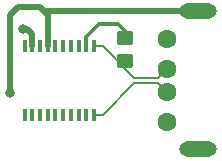
<source format=gbr>
%TF.GenerationSoftware,KiCad,Pcbnew,7.0.9-7.0.9~ubuntu22.04.1*%
%TF.CreationDate,2023-11-27T09:49:11+01:00*%
%TF.ProjectId,pcb,7063622e-6b69-4636-9164-5f7063625858,rev?*%
%TF.SameCoordinates,Original*%
%TF.FileFunction,Copper,L1,Top*%
%TF.FilePolarity,Positive*%
%FSLAX46Y46*%
G04 Gerber Fmt 4.6, Leading zero omitted, Abs format (unit mm)*
G04 Created by KiCad (PCBNEW 7.0.9-7.0.9~ubuntu22.04.1) date 2023-11-27 09:49:11*
%MOMM*%
%LPD*%
G01*
G04 APERTURE LIST*
G04 Aperture macros list*
%AMRoundRect*
0 Rectangle with rounded corners*
0 $1 Rounding radius*
0 $2 $3 $4 $5 $6 $7 $8 $9 X,Y pos of 4 corners*
0 Add a 4 corners polygon primitive as box body*
4,1,4,$2,$3,$4,$5,$6,$7,$8,$9,$2,$3,0*
0 Add four circle primitives for the rounded corners*
1,1,$1+$1,$2,$3*
1,1,$1+$1,$4,$5*
1,1,$1+$1,$6,$7*
1,1,$1+$1,$8,$9*
0 Add four rect primitives between the rounded corners*
20,1,$1+$1,$2,$3,$4,$5,0*
20,1,$1+$1,$4,$5,$6,$7,0*
20,1,$1+$1,$6,$7,$8,$9,0*
20,1,$1+$1,$8,$9,$2,$3,0*%
G04 Aperture macros list end*
%TA.AperFunction,SMDPad,CuDef*%
%ADD10R,0.400000X1.000000*%
%TD*%
%TA.AperFunction,SMDPad,CuDef*%
%ADD11RoundRect,0.250000X-0.450000X0.350000X-0.450000X-0.350000X0.450000X-0.350000X0.450000X0.350000X0*%
%TD*%
%TA.AperFunction,ComponentPad*%
%ADD12C,1.600000*%
%TD*%
%TA.AperFunction,ComponentPad*%
%ADD13O,3.200000X1.300000*%
%TD*%
%TA.AperFunction,ViaPad*%
%ADD14C,0.800000*%
%TD*%
%TA.AperFunction,Conductor*%
%ADD15C,0.500000*%
%TD*%
%TA.AperFunction,Conductor*%
%ADD16C,0.200000*%
%TD*%
%TA.AperFunction,Conductor*%
%ADD17C,0.300000*%
%TD*%
G04 APERTURE END LIST*
D10*
%TO.P,ch32v003f4p6,1,PD4/A7/UCK/T2CH1ETR/OPO/T1CH4ETR_*%
%TO.N,/USB_D-*%
X131199999Y-96550000D03*
%TO.P,ch32v003f4p6,2,PD5/A5/UTX/T2CH4_/URX_*%
%TO.N,/DPU*%
X130549999Y-96550000D03*
%TO.P,ch32v003f4p6,3,PD6/A6/URX/T2CH3_/UTX_*%
%TO.N,unconnected-(ch32v003f4p6-PD6{slash}A6{slash}URX{slash}T2CH3_{slash}UTX_-Pad3)*%
X129899999Y-96550000D03*
%TO.P,ch32v003f4p6,4,PD7/NRST/T2CH4/OPP1/UCK_*%
%TO.N,unconnected-(ch32v003f4p6-PD7{slash}NRST{slash}T2CH4{slash}OPP1{slash}UCK_-Pad4)*%
X129249999Y-96550000D03*
%TO.P,ch32v003f4p6,5,PA1/OSCI/A1/T1CH2/OPN0*%
%TO.N,unconnected-(ch32v003f4p6-PA1{slash}OSCI{slash}A1{slash}T1CH2{slash}OPN0-Pad5)*%
X128599999Y-96550000D03*
%TO.P,ch32v003f4p6,6,PA2/OSCO/A0/T1CH2N/OPP0/AETR2_*%
%TO.N,unconnected-(ch32v003f4p6-PA2{slash}OSCO{slash}A0{slash}T1CH2N{slash}OPP0{slash}AETR2_-Pad6)*%
X127949999Y-96550000D03*
%TO.P,ch32v003f4p6,7,VSS*%
%TO.N,GND*%
X127299999Y-96550000D03*
%TO.P,ch32v003f4p6,8,PD0/T1CH1N/OPN1/SDA_/UTX_*%
%TO.N,unconnected-(ch32v003f4p6-PD0{slash}T1CH1N{slash}OPN1{slash}SDA_{slash}UTX_-Pad8)*%
X126649999Y-96550000D03*
%TO.P,ch32v003f4p6,9,VDD*%
%TO.N,+3.3V*%
X125999999Y-96550000D03*
%TO.P,ch32v003f4p6,10,PC0/T2CH3/UTX_/NSS_/T1CH3_*%
%TO.N,unconnected-(ch32v003f4p6-PC0{slash}T2CH3{slash}UTX_{slash}NSS_{slash}T1CH3_-Pad10)*%
X125349999Y-96550000D03*
%TO.P,ch32v003f4p6,11,PC1/SDA/NSS/T2CH4_/T2CH1ETR_/T1BKIN_/URX_*%
%TO.N,unconnected-(ch32v003f4p6-PC1{slash}SDA{slash}NSS{slash}T2CH4_{slash}T2CH1ETR_{slash}T1BKIN_{slash}URX_-Pad11)*%
X125349999Y-102350000D03*
%TO.P,ch32v003f4p6,12,PC2/SCL/URTS/T1BKIN/AETR_/T2CH2_/T1ETR_*%
%TO.N,unconnected-(ch32v003f4p6-PC2{slash}SCL{slash}URTS{slash}T1BKIN{slash}AETR_{slash}T2CH2_{slash}T1ETR_-Pad12)*%
X125999999Y-102350000D03*
%TO.P,ch32v003f4p6,13,PC3/T1CH3/T1CH1N_/UCTS_*%
%TO.N,unconnected-(ch32v003f4p6-PC3{slash}T1CH3{slash}T1CH1N_{slash}UCTS_-Pad13)*%
X126649999Y-102350000D03*
%TO.P,ch32v003f4p6,14,PC4/A2/T1CH4/MCO/T1CH1CH2N_*%
%TO.N,unconnected-(ch32v003f4p6-PC4{slash}A2{slash}T1CH4{slash}MCO{slash}T1CH1CH2N_-Pad14)*%
X127299999Y-102350000D03*
%TO.P,ch32v003f4p6,15,PC5/SCK/T1ETR/T2CH1ETR_/SCL_/UCK_/T1CH3_*%
%TO.N,unconnected-(ch32v003f4p6-PC5{slash}SCK{slash}T1ETR{slash}T2CH1ETR_{slash}SCL_{slash}UCK_{slash}T1CH3_-Pad15)*%
X127949999Y-102350000D03*
%TO.P,ch32v003f4p6,16,PC6/MOSI/T1CH1CH3N_/UCTS_/SDA_*%
%TO.N,unconnected-(ch32v003f4p6-PC6{slash}MOSI{slash}T1CH1CH3N_{slash}UCTS_{slash}SDA_-Pad16)*%
X128599999Y-102350000D03*
%TO.P,ch32v003f4p6,17,PC7/MISO/T1CH2_/T2CH2_/URTS_*%
%TO.N,unconnected-(ch32v003f4p6-PC7{slash}MISO{slash}T1CH2_{slash}T2CH2_{slash}URTS_-Pad17)*%
X129249999Y-102350000D03*
%TO.P,ch32v003f4p6,18,PD1/SWIO/AETR2/T1CH3N/SCL_/URX_*%
%TO.N,unconnected-(ch32v003f4p6-PD1{slash}SWIO{slash}AETR2{slash}T1CH3N{slash}SCL_{slash}URX_-Pad18)*%
X129899999Y-102350000D03*
%TO.P,ch32v003f4p6,19,PD2/A3/T1CH1/T2CH3_/T1CH2N_*%
%TO.N,unconnected-(ch32v003f4p6-PD2{slash}A3{slash}T1CH1{slash}T2CH3_{slash}T1CH2N_-Pad19)*%
X130549999Y-102350000D03*
%TO.P,ch32v003f4p6,20,PD3/A4/T2CH2/AETR/UCTS/T1CH4_*%
%TO.N,/USB_D+*%
X131199999Y-102350000D03*
%TD*%
D11*
%TO.P,R1,1*%
%TO.N,/DPU*%
X133800000Y-95850000D03*
%TO.P,R1,2*%
%TO.N,/USB_D-*%
X133800000Y-97850000D03*
%TD*%
D12*
%TO.P,J1,1,VBUS*%
%TO.N,+5V*%
X137400000Y-95950000D03*
%TO.P,J1,2,D-*%
%TO.N,/USB_D-*%
X137400000Y-98450000D03*
%TO.P,J1,3,D+*%
%TO.N,/USB_D+*%
X137400000Y-100450000D03*
%TO.P,J1,4,GND*%
%TO.N,GND*%
X137400000Y-102950000D03*
D13*
%TO.P,J1,5,Shield*%
X140000000Y-93600000D03*
X140000000Y-105300000D03*
%TD*%
D14*
%TO.N,GND*%
X124100000Y-100500000D03*
%TO.N,+3.3V*%
X125200000Y-95100000D03*
%TD*%
D15*
%TO.N,GND*%
X126600000Y-93200000D02*
X127000000Y-93600000D01*
X127000000Y-93600000D02*
X140000000Y-93600000D01*
X124800000Y-93200000D02*
X124100000Y-93900000D01*
X124100000Y-93900000D02*
X124100000Y-100500000D01*
X127300000Y-93900000D02*
X126600000Y-93200000D01*
X126600000Y-93200000D02*
X124800000Y-93200000D01*
X127299999Y-96550000D02*
X127300000Y-93900000D01*
%TO.N,+3.3V*%
X125999999Y-96550000D02*
X125999999Y-95550000D01*
X125999999Y-95550000D02*
X125549999Y-95100000D01*
X125549999Y-95100000D02*
X125200000Y-95100000D01*
D16*
%TO.N,/USB_D-*%
X131950000Y-96550000D02*
X131199999Y-96550000D01*
X134625000Y-99225000D02*
X131950000Y-96550000D01*
X136625000Y-99225000D02*
X134625000Y-99225000D01*
X137400000Y-98450000D02*
X136625000Y-99225000D01*
D17*
%TO.N,/DPU*%
X133250000Y-94700000D02*
X131599999Y-94700000D01*
X133800000Y-95250000D02*
X133250000Y-94700000D01*
X133800000Y-95850000D02*
X133800000Y-95250000D01*
X131599999Y-94700000D02*
X130549999Y-95750000D01*
X130549999Y-95750000D02*
X130549999Y-96550000D01*
D16*
%TO.N,/USB_D+*%
X134625000Y-99675000D02*
X131950000Y-102350000D01*
X137400000Y-100450000D02*
X136625000Y-99675000D01*
X136625000Y-99675000D02*
X134625000Y-99675000D01*
X131950000Y-102350000D02*
X131199999Y-102350000D01*
%TD*%
M02*

</source>
